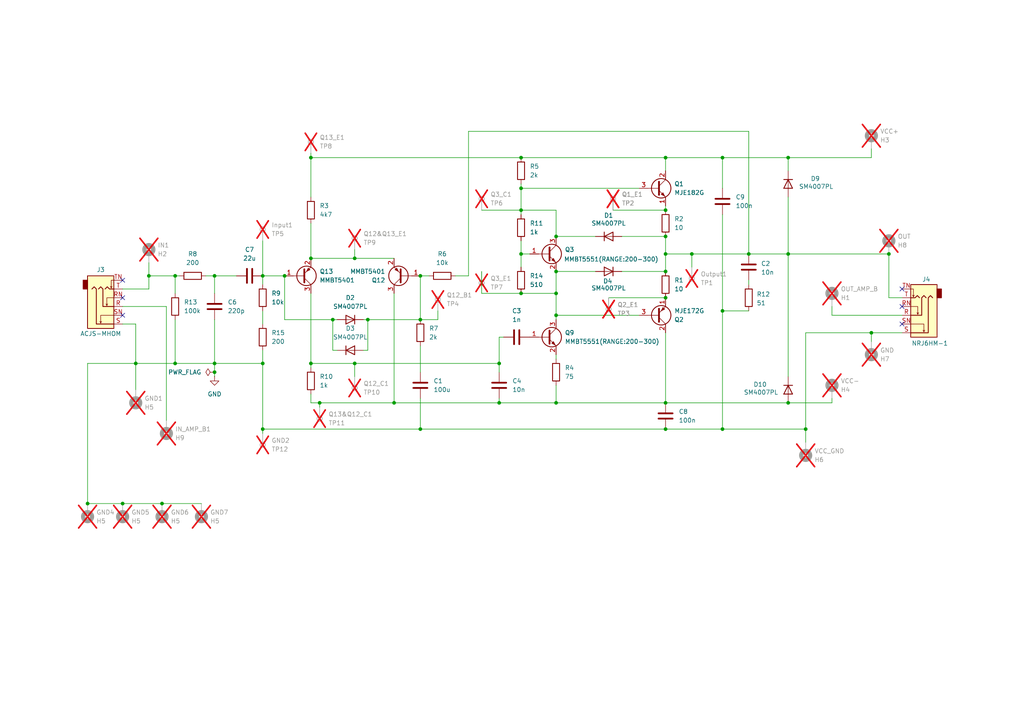
<source format=kicad_sch>
(kicad_sch (version 20250114) (generator "eeschema") (generator_version "9.0")
  (paper "A4")
  (title_block (title "Verstärker") (date "2025-04-22") (rev "1") (company "HAW Hamburg") (comment 1 "Nimai & Sören"))
  (lib_symbols
    (symbol "Connector:TestPoint" (pin_numbers (hide yes)) (pin_names (offset 0.762) (hide yes))
      (property "Reference" "TP" (at 0 6.858 0))
      (property "Value" "TestPoint" (at 0 5.08 0))
      (symbol "TestPoint_0_1"
        (circle (center 0 3.302) (radius 0.762))
      )
      (symbol "TestPoint_1_1"
        (pin passive line (at 0 0 90) (length 2.54) (name "1") (number "1"))
      )
    )
    (symbol "Connector_Audio:NRJ6HM-1"
      (property "Reference" "J" (at 0 11.43 0))
      (property "Value" "NRJ6HM-1" (at 0 8.89 0))
      (symbol "NRJ6HM-1_0_1"
        (rectangle (start -5.08 -5.08) (end -6.35 -7.62) (stroke (width 0.254)) (fill (type outline)))
        (polyline (pts (xy -1.905 -5.08) (xy -1.27 -5.715) (xy -0.635 -5.08) (xy -0.635 0) (xy 2.54 0)) (stroke (width 0.254)))
        (polyline (pts (xy -1.27 4.826) (xy -1.016 4.318)))
        (polyline (pts (xy 0 -5.08) (xy 0.635 -5.715) (xy 1.27 -5.08) (xy 2.54 -5.08)) (stroke (width 0.254)))
        (polyline (pts (xy 0.508 -0.254) (xy 0.762 -0.762)))
        (polyline (pts (xy 1.778 -5.334) (xy 2.032 -5.842)))
        (rectangle (start 2.54 6.35) (end -5.08 -8.89) (stroke (width 0.254)) (fill (type background)))
        (polyline (pts (xy 2.54 5.08) (xy -2.54 5.08) (xy -2.54 -5.08) (xy -3.175 -5.715) (xy -3.81 -5.08)) (stroke (width 0.254)))
        (polyline (pts (xy 2.54 2.54) (xy -1.27 2.54) (xy -1.27 4.826) (xy -1.524 4.318)))
        (polyline (pts (xy 2.54 -2.54) (xy 0.508 -2.54) (xy 0.508 -0.254) (xy 0.254 -0.762)))
        (polyline (pts (xy 2.54 -7.62) (xy 1.778 -7.62) (xy 1.778 -5.334) (xy 1.524 -5.842)))
      )
      (symbol "NRJ6HM-1_1_1"
        (pin passive line (at 5.08 5.08 180) (length 2.54) (name "~") (number "S"))
        (pin passive line (at 5.08 2.54 180) (length 2.54) (name "~") (number "SN"))
        (pin passive line (at 5.08 0 180) (length 2.54) (name "~") (number "R"))
        (pin passive line (at 5.08 -2.54 180) (length 2.54) (name "~") (number "RN"))
        (pin passive line (at 5.08 -5.08 180) (length 2.54) (name "~") (number "T"))
        (pin passive line (at 5.08 -7.62 180) (length 2.54) (name "~") (number "TN"))
      )
    )
    (symbol "Device:C" (pin_numbers (hide yes)) (pin_names (offset 0.254))
      (property "Reference" "C" (at 0.635 2.54 0))
      (property "Value" "C" (at 0.635 -2.54 0))
      (symbol "C_0_1"
        (polyline (pts (xy -2.032 0.762) (xy 2.032 0.762)) (stroke (width 0.508)))
        (polyline (pts (xy -2.032 -0.762) (xy 2.032 -0.762)) (stroke (width 0.508)))
      )
      (symbol "C_1_1"
        (pin passive line (at 0 3.81 270) (length 2.794) (name "~") (number "1"))
        (pin passive line (at 0 -3.81 90) (length 2.794) (name "~") (number "2"))
      )
    )
    (symbol "Device:R" (pin_numbers (hide yes)) (pin_names (offset 0))
      (property "Reference" "R" (at 2.032 0 90))
      (property "Value" "R" (at 0 0 90))
      (symbol "R_0_1"
        (rectangle (start -1.016 -2.54) (end 1.016 2.54) (stroke (width 0.254)))
      )
      (symbol "R_1_1"
        (pin passive line (at 0 3.81 270) (length 1.27) (name "~") (number "1"))
        (pin passive line (at 0 -3.81 90) (length 1.27) (name "~") (number "2"))
      )
    )
    (symbol "Diode:SM4007" (pin_numbers (hide yes)) (pin_names (hide yes))
      (property "Reference" "D" (at 0 2.54 0))
      (property "Value" "SM4007" (at 0 -2.54 0))
      (symbol "SM4007_0_1"
        (polyline (pts (xy -1.27 1.27) (xy -1.27 -1.27)) (stroke (width 0.254)))
        (polyline (pts (xy 1.27 1.27) (xy 1.27 -1.27) (xy -1.27 0) (xy 1.27 1.27)) (stroke (width 0.254)))
        (polyline (pts (xy 1.27 0) (xy -1.27 0)))
      )
      (symbol "SM4007_1_1"
        (pin passive line (at -3.81 0 0) (length 2.54) (name "K") (number "1"))
        (pin passive line (at 3.81 0 180) (length 2.54) (name "A") (number "2"))
      )
    )
    (symbol "Mechanical:MountingHole_Pad" (pin_numbers (hide yes)) (pin_names (offset 1.016) (hide yes)) (in_bom no)
      (property "Reference" "H" (at 0 6.35 0))
      (property "Value" "MountingHole_Pad" (at 0 4.445 0))
      (symbol "MountingHole_Pad_0_1"
        (circle (center 0 1.27) (radius 1.27) (stroke (width 1.27)))
      )
      (symbol "MountingHole_Pad_1_1"
        (pin input line (at 0 -2.54 90) (length 2.54) (name "1") (number "1"))
      )
    )
    (symbol "Transistor_BJT:2SA1015" (pin_names (offset 0) (hide yes))
      (property "Reference" "Q" (at 5.08 1.905 0))
      (property "Value" "2SA1015" (at 5.08 0 0))
      (symbol "2SA1015_0_1"
        (polyline (pts (xy -2.54 0) (xy 0.635 0)))
        (polyline (pts (xy 0.635 1.905) (xy 0.635 -1.905)) (stroke (width 0.508)))
        (polyline (pts (xy 0.635 0.635) (xy 2.54 2.54)))
        (polyline (pts (xy 0.635 -0.635) (xy 2.54 -2.54)))
        (circle (center 1.27 0) (radius 2.8194) (stroke (width 0.254)))
        (polyline (pts (xy 2.286 -1.778) (xy 1.778 -2.286) (xy 1.27 -1.27) (xy 2.286 -1.778)) (fill (type outline)))
      )
      (symbol "2SA1015_1_1"
        (pin input line (at -5.08 0 0) (length 2.54) (name "B") (number "3"))
        (pin passive line (at 2.54 5.08 270) (length 2.54) (name "C") (number "2"))
        (pin passive line (at 2.54 -5.08 90) (length 2.54) (name "E") (number "1"))
      )
    )
    (symbol "Transistor_BJT:BF458" (pin_names (offset 0) (hide yes))
      (property "Reference" "Q" (at 5.08 1.905 0))
      (property "Value" "BF458" (at 5.08 0 0))
      (symbol "BF458_0_1"
        (polyline (pts (xy -2.54 0) (xy 0.635 0)))
        (polyline (pts (xy 0.635 1.905) (xy 0.635 -1.905)) (stroke (width 0.508)))
        (circle (center 1.27 0) (radius 2.8194) (stroke (width 0.254)))
      )
      (symbol "BF458_1_1"
        (polyline (pts (xy 0.635 0.635) (xy 2.54 2.54)))
        (polyline (pts (xy 0.635 -0.635) (xy 2.54 -2.54)))
        (polyline (pts (xy 1.27 -1.778) (xy 1.778 -1.27) (xy 2.286 -2.286) (xy 1.27 -1.778)) (fill (type outline)))
        (pin input line (at -5.08 0 0) (length 2.54) (name "B") (number "3"))
        (pin passive line (at 2.54 5.08 270) (length 2.54) (name "C") (number "2"))
        (pin passive line (at 2.54 -5.08 90) (length 2.54) (name "E") (number "1"))
      )
    )
    (symbol "Transistor_BJT:MMBT5551L" (pin_names (offset 0) (hide yes))
      (property "Reference" "Q" (at 5.08 1.905 0))
      (property "Value" "MMBT5551L" (at 5.08 0 0))
      (symbol "MMBT5551L_0_1"
        (polyline (pts (xy -2.54 0) (xy 0.635 0)))
        (polyline (pts (xy 0.635 1.905) (xy 0.635 -1.905)) (stroke (width 0.508)))
        (circle (center 1.27 0) (radius 2.8194) (stroke (width 0.254)))
      )
      (symbol "MMBT5551L_1_1"
        (polyline (pts (xy 0.635 0.635) (xy 2.54 2.54)))
        (polyline (pts (xy 0.635 -0.635) (xy 2.54 -2.54)))
        (polyline (pts (xy 1.27 -1.778) (xy 1.778 -1.27) (xy 2.286 -2.286) (xy 1.27 -1.778)) (fill (type outline)))
        (pin input line (at -5.08 0 0) (length 2.54) (name "B") (number "1"))
        (pin passive line (at 2.54 5.08 270) (length 2.54) (name "C") (number "3"))
        (pin passive line (at 2.54 -5.08 90) (length 2.54) (name "E") (number "2"))
      )
    )
    (symbol "Transistor_BJT:MMBTA56" (pin_names (offset 0) (hide yes))
      (property "Reference" "Q" (at 5.08 1.905 0))
      (property "Value" "MMBTA56" (at 5.08 0 0))
      (symbol "MMBTA56_0_1"
        (polyline (pts (xy -2.54 0) (xy 0.635 0)))
        (polyline (pts (xy 0.635 1.905) (xy 0.635 -1.905)) (stroke (width 0.508)))
        (polyline (pts (xy 0.635 0.635) (xy 2.54 2.54)))
        (polyline (pts (xy 0.635 -0.635) (xy 2.54 -2.54)))
        (circle (center 1.27 0) (radius 2.8194) (stroke (width 0.254)))
        (polyline (pts (xy 2.286 -1.778) (xy 1.778 -2.286) (xy 1.27 -1.27) (xy 2.286 -1.778)) (fill (type outline)))
      )
      (symbol "MMBTA56_1_1"
        (pin input line (at -5.08 0 0) (length 2.54) (name "B") (number "1"))
        (pin passive line (at 2.54 5.08 270) (length 2.54) (name "C") (number "3"))
        (pin passive line (at 2.54 -5.08 90) (length 2.54) (name "E") (number "2"))
      )
    )
    (symbol "power:GND" (power) (pin_numbers (hide yes)) (pin_names (offset 0) (hide yes))
      (property "Value" "GND" (at 0 -3.81 0))
      (symbol "GND_0_1"
        (polyline (pts (xy 0 0) (xy 0 -1.27) (xy 1.27 -1.27) (xy 0 -2.54) (xy -1.27 -1.27) (xy 0 -1.27)))
      )
      (symbol "GND_1_1"
        (pin power_in line (at 0 0 270) (length 0) (name "~") (number "1"))
      )
    )
    (symbol "power:PWR_FLAG" (power) (pin_numbers (hide yes)) (pin_names (offset 0) (hide yes))
      (property "Value" "PWR_FLAG" (at 0 3.81 0))
      (symbol "PWR_FLAG_0_0"
        (pin power_out line (at 0 0 90) (length 0) (name "~") (number "1"))
      )
      (symbol "PWR_FLAG_0_1"
        (polyline (pts (xy 0 0) (xy 0 1.27) (xy -1.016 1.905) (xy 0 2.54) (xy 1.016 1.905) (xy 0 1.27)))
      )
    )
  )
  (junction (at 76.2 124.46))
  (junction (at 25.4 146.05))
  (junction (at 102.87 105.41))
  (junction (at 76.2 80.01))
  (junction (at 102.87 74.93))
  (junction (at 228.6 45.72))
  (junction (at 193.04 60.96))
  (junction (at 43.18 80.01))
  (junction (at 144.78 105.41))
  (junction (at 90.17 105.41))
  (junction (at 151.13 85.09))
  (junction (at 121.92 124.46))
  (junction (at 209.55 45.72))
  (junction (at 193.04 78.74))
  (junction (at 193.04 68.58))
  (junction (at 193.04 45.72))
  (junction (at 121.92 80.01))
  (junction (at 151.13 54.61))
  (junction (at 193.04 124.46))
  (junction (at 106.68 92.71))
  (junction (at 114.3 116.84))
  (junction (at 62.23 107.95))
  (junction (at 193.04 116.84))
  (junction (at 92.71 116.84))
  (junction (at 151.13 60.96))
  (junction (at 151.13 45.72))
  (junction (at 121.92 92.71))
  (junction (at 161.29 78.74))
  (junction (at 50.8 80.01))
  (junction (at 161.29 68.58))
  (junction (at 217.17 73.66))
  (junction (at 252.73 96.52))
  (junction (at 46.99 146.05))
  (junction (at 161.29 85.09))
  (junction (at 209.55 124.46))
  (junction (at 228.6 116.84))
  (junction (at 200.66 73.66))
  (junction (at 144.78 116.84))
  (junction (at 228.6 73.66))
  (junction (at 62.23 80.01))
  (junction (at 209.55 90.17))
  (junction (at 193.04 73.66))
  (junction (at 233.68 124.46))
  (junction (at 82.55 80.01))
  (junction (at 257.81 73.66))
  (junction (at 35.56 146.05))
  (junction (at 90.17 45.72))
  (junction (at 193.04 86.36))
  (junction (at 161.29 91.44))
  (junction (at 76.2 105.41))
  (junction (at 151.13 73.66))
  (junction (at 50.8 105.41))
  (junction (at 62.23 105.41))
  (junction (at 39.37 105.41))
  (junction (at 96.52 92.71))
  (junction (at 161.29 116.84))
  (junction (at 90.17 74.93))
  (no_connect (at 261.62 88.9))
  (no_connect (at 261.62 93.98))
  (no_connect (at 35.56 91.44))
  (no_connect (at 35.56 81.28))
  (no_connect (at 261.62 83.82))
  (no_connect (at 35.56 86.36))
  (wire (pts (xy 76.2 69.85) (xy 76.2 80.01)))
  (wire (pts (xy 102.87 105.41) (xy 102.87 109.22)))
  (wire (pts (xy 82.55 80.01) (xy 82.55 92.71)))
  (wire (pts (xy 228.6 57.15) (xy 228.6 73.66)))
  (wire (pts (xy 161.29 85.09) (xy 161.29 78.74)))
  (wire (pts (xy 35.56 146.05) (xy 46.99 146.05)))
  (wire (pts (xy 144.78 107.95) (xy 144.78 105.41)))
  (wire (pts (xy 161.29 60.96) (xy 151.13 60.96)))
  (wire (pts (xy 151.13 60.96) (xy 151.13 62.23)))
  (wire (pts (xy 161.29 78.74) (xy 172.72 78.74)))
  (wire (pts (xy 161.29 116.84) (xy 193.04 116.84)))
  (wire (pts (xy 209.55 90.17) (xy 209.55 124.46)))
  (wire (pts (xy 102.87 72.39) (xy 102.87 74.93)))
  (wire (pts (xy 106.68 92.71) (xy 105.41 92.71)))
  (wire (pts (xy 153.67 73.66) (xy 151.13 73.66)))
  (wire (pts (xy 209.55 62.23) (xy 209.55 90.17)))
  (wire (pts (xy 121.92 80.01) (xy 124.46 80.01)))
  (wire (pts (xy 76.2 90.17) (xy 76.2 93.98)))
  (wire (pts (xy 90.17 105.41) (xy 90.17 106.68)))
  (wire (pts (xy 90.17 44.45) (xy 90.17 45.72)))
  (wire (pts (xy 209.55 45.72) (xy 209.55 54.61)))
  (wire (pts (xy 76.2 80.01) (xy 76.2 82.55)))
  (wire (pts (xy 97.79 101.6) (xy 96.52 101.6)))
  (wire (pts (xy 90.17 45.72) (xy 90.17 57.15)))
  (wire (pts (xy 161.29 68.58) (xy 172.72 68.58)))
  (wire (pts (xy 121.92 80.01) (xy 121.92 92.71)))
  (wire (pts (xy 257.81 86.36) (xy 261.62 86.36)))
  (wire (pts (xy 228.6 45.72) (xy 252.73 45.72)))
  (wire (pts (xy 25.4 146.05) (xy 35.56 146.05)))
  (wire (pts (xy 39.37 113.03) (xy 39.37 105.41)))
  (wire (pts (xy 180.34 78.74) (xy 193.04 78.74)))
  (wire (pts (xy 76.2 80.01) (xy 82.55 80.01)))
  (wire (pts (xy 144.78 115.57) (xy 144.78 116.84)))
  (wire (pts (xy 62.23 92.71) (xy 62.23 105.41)))
  (wire (pts (xy 217.17 81.28) (xy 217.17 82.55)))
  (wire (pts (xy 261.62 96.52) (xy 252.73 96.52)))
  (wire (pts (xy 209.55 124.46) (xy 233.68 124.46)))
  (wire (pts (xy 193.04 73.66) (xy 200.66 73.66)))
  (wire (pts (xy 76.2 124.46) (xy 76.2 125.73)))
  (wire (pts (xy 135.89 80.01) (xy 135.89 38.1)))
  (wire (pts (xy 39.37 105.41) (xy 50.8 105.41)))
  (wire (pts (xy 241.3 116.84) (xy 228.6 116.84)))
  (wire (pts (xy 151.13 69.85) (xy 151.13 73.66)))
  (wire (pts (xy 151.13 53.34) (xy 151.13 54.61)))
  (wire (pts (xy 96.52 92.71) (xy 97.79 92.71)))
  (wire (pts (xy 92.71 116.84) (xy 92.71 118.11)))
  (wire (pts (xy 121.92 124.46) (xy 193.04 124.46)))
  (wire (pts (xy 76.2 105.41) (xy 62.23 105.41)))
  (wire (pts (xy 90.17 74.93) (xy 102.87 74.93)))
  (wire (pts (xy 121.92 107.95) (xy 121.92 100.33)))
  (wire (pts (xy 193.04 116.84) (xy 228.6 116.84)))
  (wire (pts (xy 161.29 85.09) (xy 161.29 91.44)))
  (wire (pts (xy 50.8 80.01) (xy 52.07 80.01)))
  (wire (pts (xy 102.87 74.93) (xy 114.3 74.93)))
  (wire (pts (xy 76.2 124.46) (xy 121.92 124.46)))
  (wire (pts (xy 62.23 80.01) (xy 68.58 80.01)))
  (wire (pts (xy 257.81 86.36) (xy 257.81 73.66)))
  (wire (pts (xy 241.3 91.44) (xy 261.62 91.44)))
  (wire (pts (xy 151.13 54.61) (xy 185.42 54.61)))
  (wire (pts (xy 252.73 43.18) (xy 252.73 45.72)))
  (wire (pts (xy 241.3 91.44) (xy 241.3 88.9)))
  (wire (pts (xy 62.23 107.95) (xy 62.23 109.22)))
  (wire (pts (xy 90.17 85.09) (xy 90.17 105.41)))
  (wire (pts (xy 90.17 105.41) (xy 102.87 105.41)))
  (wire (pts (xy 114.3 85.09) (xy 114.3 116.84)))
  (wire (pts (xy 144.78 97.79) (xy 146.05 97.79)))
  (wire (pts (xy 252.73 96.52) (xy 233.68 96.52)))
  (wire (pts (xy 217.17 38.1) (xy 217.17 73.66)))
  (wire (pts (xy 102.87 105.41) (xy 144.78 105.41)))
  (wire (pts (xy 217.17 73.66) (xy 228.6 73.66)))
  (wire (pts (xy 139.7 85.09) (xy 151.13 85.09)))
  (wire (pts (xy 90.17 116.84) (xy 92.71 116.84)))
  (wire (pts (xy 43.18 80.01) (xy 50.8 80.01)))
  (wire (pts (xy 233.68 128.27) (xy 233.68 124.46)))
  (wire (pts (xy 151.13 85.09) (xy 161.29 85.09)))
  (wire (pts (xy 62.23 80.01) (xy 62.23 85.09)))
  (wire (pts (xy 105.41 101.6) (xy 106.68 101.6)))
  (wire (pts (xy 144.78 116.84) (xy 114.3 116.84)))
  (wire (pts (xy 114.3 116.84) (xy 92.71 116.84)))
  (wire (pts (xy 46.99 146.05) (xy 58.42 146.05)))
  (wire (pts (xy 106.68 92.71) (xy 121.92 92.71)))
  (wire (pts (xy 43.18 80.01) (xy 43.18 83.82)))
  (wire (pts (xy 106.68 101.6) (xy 106.68 92.71)))
  (wire (pts (xy 193.04 73.66) (xy 193.04 78.74)))
  (wire (pts (xy 48.26 88.9) (xy 35.56 88.9)))
  (wire (pts (xy 76.2 105.41) (xy 76.2 124.46)))
  (wire (pts (xy 151.13 45.72) (xy 193.04 45.72)))
  (wire (pts (xy 50.8 105.41) (xy 50.8 92.71)))
  (wire (pts (xy 139.7 60.96) (xy 151.13 60.96)))
  (wire (pts (xy 200.66 73.66) (xy 217.17 73.66)))
  (wire (pts (xy 193.04 59.69) (xy 193.04 60.96)))
  (wire (pts (xy 177.8 60.96) (xy 193.04 60.96)))
  (wire (pts (xy 90.17 114.3) (xy 90.17 116.84)))
  (wire (pts (xy 39.37 105.41) (xy 39.37 93.98)))
  (wire (pts (xy 228.6 73.66) (xy 257.81 73.66)))
  (wire (pts (xy 200.66 73.66) (xy 200.66 77.47)))
  (wire (pts (xy 252.73 99.06) (xy 252.73 96.52)))
  (wire (pts (xy 193.04 124.46) (xy 209.55 124.46)))
  (wire (pts (xy 39.37 93.98) (xy 35.56 93.98)))
  (wire (pts (xy 59.69 80.01) (xy 62.23 80.01)))
  (wire (pts (xy 96.52 101.6) (xy 96.52 92.71)))
  (wire (pts (xy 151.13 54.61) (xy 151.13 60.96)))
  (wire (pts (xy 50.8 85.09) (xy 50.8 80.01)))
  (wire (pts (xy 180.34 68.58) (xy 193.04 68.58)))
  (wire (pts (xy 62.23 105.41) (xy 50.8 105.41)))
  (wire (pts (xy 25.4 146.05) (xy 25.4 105.41)))
  (wire (pts (xy 82.55 92.71) (xy 96.52 92.71)))
  (wire (pts (xy 193.04 96.52) (xy 193.04 116.84)))
  (wire (pts (xy 228.6 45.72) (xy 228.6 49.53)))
  (wire (pts (xy 241.3 115.57) (xy 241.3 116.84)))
  (wire (pts (xy 43.18 76.2) (xy 43.18 80.01)))
  (wire (pts (xy 127 90.17) (xy 127 92.71)))
  (wire (pts (xy 209.55 90.17) (xy 217.17 90.17)))
  (wire (pts (xy 161.29 116.84) (xy 144.78 116.84)))
  (wire (pts (xy 161.29 111.76) (xy 161.29 116.84)))
  (wire (pts (xy 127 92.71) (xy 121.92 92.71)))
  (wire (pts (xy 121.92 115.57) (xy 121.92 124.46)))
  (wire (pts (xy 35.56 83.82) (xy 43.18 83.82)))
  (wire (pts (xy 135.89 38.1) (xy 217.17 38.1)))
  (wire (pts (xy 76.2 101.6) (xy 76.2 105.41)))
  (wire (pts (xy 25.4 105.41) (xy 39.37 105.41)))
  (wire (pts (xy 161.29 91.44) (xy 185.42 91.44)))
  (wire (pts (xy 151.13 73.66) (xy 151.13 77.47)))
  (wire (pts (xy 48.26 88.9) (xy 48.26 121.92)))
  (wire (pts (xy 228.6 73.66) (xy 228.6 109.22)))
  (wire (pts (xy 62.23 105.41) (xy 62.23 107.95)))
  (wire (pts (xy 135.89 80.01) (xy 132.08 80.01)))
  (wire (pts (xy 144.78 105.41) (xy 144.78 97.79)))
  (wire (pts (xy 161.29 102.87) (xy 161.29 104.14)))
  (wire (pts (xy 176.53 86.36) (xy 193.04 86.36)))
  (wire (pts (xy 90.17 45.72) (xy 151.13 45.72)))
  (wire (pts (xy 209.55 45.72) (xy 228.6 45.72)))
  (wire (pts (xy 90.17 64.77) (xy 90.17 74.93)))
  (wire (pts (xy 161.29 91.44) (xy 161.29 92.71)))
  (wire (pts (xy 193.04 45.72) (xy 209.55 45.72)))
  (wire (pts (xy 233.68 96.52) (xy 233.68 124.46)))
  (wire (pts (xy 193.04 68.58) (xy 193.04 73.66)))
  (wire (pts (xy 161.29 68.58) (xy 161.29 60.96)))
  (wire (pts (xy 193.04 45.72) (xy 193.04 49.53)))
  (wire (pts (xy 139.7 78.74) (xy 139.7 85.09)))
  (symbol (lib_id "Transistor_BJT:2SA1015") (at 190.5 91.44 0) (mirror x) (unit 1)
    (property "Reference" "Q2" (at 195.58 92.7101 0) (effects (justify left)))
    (property "Value" "MJE172G" (at 195.58 90.1701 0) (effects (justify left)))
    (property "Footprint" "project-custom:TO229P780X300X1364-3" (effects (hide yes)))
    (property "MPN" "C27682" (effects (hide yes)))
  )
  (symbol (lib_id "Mechanical:MountingHole_Pad") (at 252.73 101.6 180) (unit 1) (in_bom no) (dnp yes)
    (property "Reference" "GND" (at 255.27 101.5999 0) (effects (justify right)))
    (property "Value" "H7" (at 255.27 104.1399 0) (effects (justify right)))
    (property "Footprint" "MountingHole:MountingHole_2.2mm_M2_Pad_TopBottom" (effects (hide yes)))
    (property "Description" "Mounting Hole with connection" (effects (hide yes)))
  )
  (symbol (lib_id "Device:R") (at 217.17 86.36 0) (unit 1)
    (property "Reference" "R12" (at 219.456 85.344 0) (effects (justify left)))
    (property "Value" "51" (at 219.456 87.884 0) (effects (justify left)))
    (property "Footprint" "Resistor_SMD:R_0805_2012Metric_Pad1.20x1.40mm_HandSolder" (effects (hide yes)))
    (property "Description" "Resistor" (effects (hide yes)))
    (property "MNP" "C17738" (effects (hide yes)))
  )
  (symbol (lib_id "Connector:TestPoint") (at 139.7 60.96 0) (unit 1) (dnp yes)
    (property "Reference" "Q3_C1" (at 142.24 56.3879 0) (effects (justify left)))
    (property "Value" "TP6" (at 142.24 58.9279 0) (effects (justify left)))
    (property "Footprint" "TestPoint:TestPoint_Pad_D2.0mm" (effects (hide yes)))
    (property "Description" "test point" (effects (hide yes)))
  )
  (symbol (lib_id "Transistor_BJT:MMBT5551L") (at 158.75 97.79 0) (unit 1)
    (property "Reference" "Q9" (at 163.83 96.5199 0) (effects (justify left)))
    (property "Value" "MMBT5551(RANGE:200-300)" (at 163.83 99.0599 0) (effects (justify left)))
    (property "Footprint" "Package_TO_SOT_SMD:SOT-23_Handsoldering" (effects (hide yes)))
    (property "MPN" "C2145" (effects (hide yes)))
  )
  (symbol (lib_id "Device:C") (at 144.78 111.76 180) (unit 1)
    (property "Reference" "C4" (at 148.59 110.4899 0) (effects (justify right)))
    (property "Value" "10n" (at 148.59 113.0299 0) (effects (justify right)))
    (property "Footprint" "Capacitor_SMD:C_0805_2012Metric_Pad1.18x1.45mm_HandSolder" (effects (hide yes)))
    (property "Description" "Unpolarized capacitor" (effects (hide yes)))
    (property "MPN" "C1710" (effects (hide yes)))
  )
  (symbol (lib_id "Device:R") (at 151.13 66.04 0) (unit 1)
    (property "Reference" "R11" (at 153.67 64.7699 0) (effects (justify left)))
    (property "Value" "1k" (at 153.67 67.3099 0) (effects (justify left)))
    (property "Footprint" "Resistor_SMD:R_1206_3216Metric_Pad1.30x1.75mm_HandSolder" (effects (hide yes)))
    (property "Description" "Resistor" (effects (hide yes)))
    (property "MPN" "C4410" (effects (hide yes)))
  )
  (symbol (lib_id "Device:R") (at 55.88 80.01 90) (unit 1)
    (property "Reference" "R8" (at 55.88 73.66 90))
    (property "Value" "200" (at 55.88 76.2 90))
    (property "Footprint" "Resistor_SMD:R_0805_2012Metric_Pad1.20x1.40mm_HandSolder" (effects (hide yes)))
    (property "Description" "Resistor" (effects (hide yes)))
    (property "MPN" "C17540" (effects (hide yes)))
  )
  (symbol (lib_id "Device:R") (at 193.04 82.55 0) (unit 1)
    (property "Reference" "R1" (at 195.58 81.2799 0) (effects (justify left)))
    (property "Value" "10" (at 195.58 83.8199 0) (effects (justify left)))
    (property "Footprint" "Resistor_SMD:R_1206_3216Metric_Pad1.30x1.75mm_HandSolder" (effects (hide yes)))
    (property "Description" "Resistor" (effects (hide yes)))
    (property "MPN" "C17903" (effects (hide yes)))
  )
  (symbol (lib_id "Device:C") (at 149.86 97.79 270) (unit 1)
    (property "Reference" "C3" (at 149.86 90.17 90))
    (property "Value" "1n" (at 149.86 92.71 90))
    (property "Footprint" "Capacitor_SMD:C_0603_1608Metric_Pad1.08x0.95mm_HandSolder" (effects (hide yes)))
    (property "Description" "Unpolarized capacitor" (effects (hide yes)))
    (property "MPN" "C1588" (effects (hide yes)))
  )
  (symbol (lib_id "Device:R") (at 151.13 81.28 0) (unit 1)
    (property "Reference" "R14" (at 153.67 80.0099 0) (effects (justify left)))
    (property "Value" "510" (at 153.67 82.5499 0) (effects (justify left)))
    (property "Footprint" "Resistor_SMD:R_0805_2012Metric_Pad1.20x1.40mm_HandSolder" (effects (hide yes)))
    (property "Description" "Resistor" (effects (hide yes)))
    (property "MPN" "C17734" (effects (hide yes)))
  )
  (symbol (lib_id "Device:R") (at 161.29 107.95 0) (unit 1)
    (property "Reference" "R4" (at 163.83 106.6799 0) (effects (justify left)))
    (property "Value" "75" (at 163.83 109.2199 0) (effects (justify left)))
    (property "Footprint" "Resistor_SMD:R_0603_1608Metric_Pad0.98x0.95mm_HandSolder" (effects (hide yes)))
    (property "Description" "Resistor" (effects (hide yes)))
    (property "MPN" "C4275" (effects (hide yes)))
  )
  (symbol (lib_id "Diode:SM4007") (at 176.53 68.58 0) (mirror x) (unit 1)
    (property "Reference" "D1" (at 176.53 62.484 0))
    (property "Value" "SM4007PL" (at 176.53 64.77 0))
    (property "Footprint" "Diode_SMD:D_SOD-123F" (effects (hide yes)))
    (property "Datasheet" "http://cdn-reichelt.de/documents/datenblatt/A400/SMD1N400%23DIO.pdf" (effects (hide yes)))
    (property "Description" "1000V 1A General Purpose Rectifier Diode, MELF" (effects (hide yes)))
    (property "Sim.Device" "D" (effects (hide yes)))
    (property "Sim.Pins" "1=K 2=A" (effects (hide yes)))
    (property "MPN" "C64898" (effects (hide yes)))
  )
  (symbol (lib_id "Mechanical:MountingHole_Pad") (at 48.26 124.46 180) (unit 1) (in_bom no) (dnp yes)
    (property "Reference" "IN_AMP_B1" (at 50.8 124.4599 0) (effects (justify right)))
    (property "Value" "H9" (at 50.8 126.9999 0) (effects (justify right)))
    (property "Footprint" "MountingHole:MountingHole_2.2mm_M2_Pad_TopBottom" (effects (hide yes)))
    (property "Description" "Mounting Hole with connection" (effects (hide yes)))
  )
  (symbol (lib_id "Diode:SM4007") (at 101.6 92.71 180) (unit 1)
    (property "Reference" "D2" (at 101.6 86.36 0))
    (property "Value" "SM4007PL" (at 101.6 88.9 0))
    (property "Footprint" "Diode_SMD:D_SOD-123F" (effects (hide yes)))
    (property "Datasheet" "http://cdn-reichelt.de/documents/datenblatt/A400/SMD1N400%23DIO.pdf" (effects (hide yes)))
    (property "Description" "1000V 1A General Purpose Rectifier Diode, MELF" (effects (hide yes)))
    (property "Sim.Device" "D" (effects (hide yes)))
    (property "Sim.Pins" "1=K 2=A" (effects (hide yes)))
    (property "MPN" "C64898" (effects (hide yes)))
  )
  (symbol (lib_id "Mechanical:MountingHole_Pad") (at 35.56 148.59 180) (unit 1) (in_bom no) (dnp yes)
    (property "Reference" "GND5" (at 38.1 148.5899 0) (effects (justify right)))
    (property "Value" "H5" (at 38.1 151.1299 0) (effects (justify right)))
    (property "Footprint" "MountingHole:MountingHole_2.2mm_M2_Pad_TopBottom" (effects (hide yes)))
    (property "Description" "Mounting Hole with connection" (effects (hide yes)))
  )
  (symbol (lib_id "Mechanical:MountingHole_Pad") (at 257.81 71.12 0) (unit 1) (in_bom no) (dnp yes)
    (property "Reference" "OUT" (at 260.35 68.5799 0) (effects (justify left)))
    (property "Value" "H8" (at 260.35 71.1199 0) (effects (justify left)))
    (property "Footprint" "MountingHole:MountingHole_2.2mm_M2_Pad_TopBottom" (effects (hide yes)))
    (property "Description" "Mounting Hole with connection" (effects (hide yes)))
  )
  (symbol (lib_id "Device:R") (at 90.17 60.96 0) (unit 1)
    (property "Reference" "R3" (at 92.71 59.6899 0) (effects (justify left)))
    (property "Value" "4k7" (at 92.71 62.2299 0) (effects (justify left)))
    (property "Footprint" "Resistor_SMD:R_1206_3216Metric_Pad1.30x1.75mm_HandSolder" (effects (hide yes)))
    (property "Description" "Resistor" (effects (hide yes)))
    (property "MPN" "C17936" (effects (hide yes)))
  )
  (symbol (lib_id "Device:R") (at 76.2 97.79 0) (unit 1)
    (property "Reference" "R15" (at 78.74 96.5199 0) (effects (justify left)))
    (property "Value" "200" (at 78.74 99.0599 0) (effects (justify left)))
    (property "Footprint" "Resistor_SMD:R_0805_2012Metric_Pad1.20x1.40mm_HandSolder" (effects (hide yes)))
    (property "Description" "Resistor" (effects (hide yes)))
    (property "MPN" "C17540" (effects (hide yes)))
  )
  (symbol (lib_id "Connector:TestPoint") (at 92.71 118.11 180) (unit 1) (dnp yes)
    (property "Reference" "Q13&Q12_C1" (at 95.25 120.1419 0) (effects (justify right)))
    (property "Value" "TP11" (at 95.25 122.6819 0) (effects (justify right)))
    (property "Footprint" "TestPoint:TestPoint_Pad_D2.0mm" (effects (hide yes)))
    (property "Description" "test point" (effects (hide yes)))
  )
  (symbol (lib_id "Mechanical:MountingHole_Pad") (at 241.3 86.36 0) (unit 1) (in_bom no) (dnp yes)
    (property "Reference" "OUT_AMP_B" (at 243.84 83.8199 0) (effects (justify left)))
    (property "Value" "H1" (at 243.84 86.3599 0) (effects (justify left)))
    (property "Footprint" "MountingHole:MountingHole_2.2mm_M2_Pad_TopBottom" (effects (hide yes)))
    (property "Description" "Mounting Hole with connection" (effects (hide yes)))
  )
  (symbol (lib_id "Connector_Audio:NRJ6HM-1") (at 266.7 91.44 180) (unit 1)
    (property "Reference" "J4" (at 267.462 81.026 0) (effects (justify right)))
    (property "Value" "NRJ6HM-1" (at 264.414 99.568 0) (effects (justify right)))
    (property "Footprint" "Connector_Audio:Jack_6.35mm_Neutrik_NRJ6HM-1_Horizontal" (effects (hide yes)))
    (property "Datasheet" "https://www.neutrik.com/en/product/nrj6hm-1" (effects (hide yes)))
    (property "Description" "Slim Jacks, 6.35mm (1/4in) stereo jack, metal nose with efficient chassis ground connection, T+R+S normalling contact" (effects (hide yes)))
    (property "MPN" "C4991596" (effects (hide yes)))
  )
  (symbol (lib_id "Device:R") (at 121.92 96.52 0) (unit 1)
    (property "Reference" "R7" (at 124.46 95.2499 0) (effects (justify left)))
    (property "Value" "2k" (at 124.46 97.7899 0) (effects (justify left)))
    (property "Footprint" "Resistor_SMD:R_1206_3216Metric_Pad1.30x1.75mm_HandSolder" (effects (hide yes)))
    (property "Description" "Resistor" (effects (hide yes)))
    (property "MPN" "C17944" (effects (hide yes)))
  )
  (symbol (lib_id "Connector_Audio:NRJ6HM-1") (at 30.48 88.9 0) (mirror x) (unit 1)
    (property "Reference" "J3" (at 29.21 78.232 0))
    (property "Value" "ACJS-MHOM" (at 29.21 96.774 0))
    (property "Footprint" "Connector_Audio:Jack_6.35mm_Neutrik_NRJ6HM-1_Horizontal" (effects (hide yes)))
    (property "Datasheet" "https://www.neutrik.com/en/product/nrj6hm-1" (effects (hide yes)))
    (property "Description" "Slim Jacks, 6.35mm (1/4in) stereo jack, metal nose with efficient chassis ground connection, T+R+S normalling contact" (effects (hide yes)))
    (property "MPN" "C4991596" (effects (hide yes)))
  )
  (symbol (lib_id "Device:R") (at 90.17 110.49 0) (unit 1)
    (property "Reference" "R10" (at 92.71 109.2199 0) (effects (justify left)))
    (property "Value" "1k" (at 92.71 111.7599 0) (effects (justify left)))
    (property "Footprint" "Resistor_SMD:R_1206_3216Metric_Pad1.30x1.75mm_HandSolder" (effects (hide yes)))
    (property "Description" "Resistor" (effects (hide yes)))
    (property "MPN" "C4410" (effects (hide yes)))
  )
  (symbol (lib_id "Device:R") (at 50.8 88.9 180) (unit 1)
    (property "Reference" "R13" (at 53.34 87.6299 0) (effects (justify right)))
    (property "Value" "100k" (at 53.34 90.1699 0) (effects (justify right)))
    (property "Footprint" "Resistor_SMD:R_1206_3216Metric_Pad1.30x1.75mm_HandSolder" (effects (hide yes)))
    (property "Description" "Resistor" (effects (hide yes)))
    (property "MPN" "C17900" (effects (hide yes)))
  )
  (symbol (lib_id "Diode:SM4007") (at 176.53 78.74 0) (mirror y) (unit 1)
    (property "Reference" "D4" (at 176.276 81.534 0))
    (property "Value" "SM4007PL" (at 176.53 83.566 0))
    (property "Footprint" "Diode_SMD:D_SOD-123F" (effects (hide yes)))
    (property "Datasheet" "http://cdn-reichelt.de/documents/datenblatt/A400/SMD1N400%23DIO.pdf" (effects (hide yes)))
    (property "Description" "1000V 1A General Purpose Rectifier Diode, MELF" (effects (hide yes)))
    (property "Sim.Device" "D" (effects (hide yes)))
    (property "Sim.Pins" "1=K 2=A" (effects (hide yes)))
    (property "MPN" "C64898" (effects (hide yes)))
  )
  (symbol (lib_id "Device:C") (at 121.92 111.76 180) (unit 1)
    (property "Reference" "C1" (at 125.73 110.4899 0) (effects (justify right)))
    (property "Value" "100u" (at 125.73 113.0299 0) (effects (justify right)))
    (property "Footprint" "Capacitor_SMD:C_1206_3216Metric_Pad1.33x1.80mm_HandSolder" (effects (hide yes)))
    (property "Description" "Unpolarized capacitor" (effects (hide yes)))
    (property "MPN" "C15008" (effects (hide yes)))
  )
  (symbol (lib_id "Transistor_BJT:MMBTA56") (at 87.63 80.01 0) (mirror x) (unit 1)
    (property "Reference" "Q13" (at 92.71 78.7399 0) (effects (justify left)))
    (property "Value" "MMBT5401" (at 92.71 81.2799 0) (effects (justify left)))
    (property "Footprint" "Package_TO_SOT_SMD:SOT-23" (effects (hide yes)))
    (property "Datasheet" "https://diotec.com/request/datasheet/mmbta56.pdf" (effects (hide yes)))
    (property "Description" "0.5A Ic, 80V Vce, general purpose PNP" (effects (hide yes)))
    (property "MPN" "C8326" (effects (hide yes)))
  )
  (symbol (lib_id "power:PWR_FLAG") (at 62.23 107.95 90) (unit 1)
    (property "Reference" "#FLG01" (effects (hide yes)))
    (property "Value" "PWR_FLAG" (at 58.42 107.9499 90) (effects (justify left)))
    (property "Description" "Special symbol for telling ERC where power comes from" (effects (hide yes)))
  )
  (symbol (lib_id "Diode:SM4007") (at 228.6 113.03 90) (mirror x) (unit 1)
    (property "Reference" "D10" (at 220.472 111.506 90))
    (property "Value" "SM4007PL" (at 220.726 113.792 90))
    (property "Footprint" "Diode_SMD:D_SOD-123F" (effects (hide yes)))
    (property "Datasheet" "http://cdn-reichelt.de/documents/datenblatt/A400/SMD1N400%23DIO.pdf" (effects (hide yes)))
    (property "Description" "1000V 1A General Purpose Rectifier Diode, MELF" (effects (hide yes)))
    (property "Sim.Device" "D" (effects (hide yes)))
    (property "Sim.Pins" "1=K 2=A" (effects (hide yes)))
    (property "MPN" "C64898" (effects (hide yes)))
  )
  (symbol (lib_id "Mechanical:MountingHole_Pad") (at 241.3 113.03 0) (unit 1) (in_bom no) (dnp yes)
    (property "Reference" "VCC-" (at 243.84 110.4899 0) (effects (justify left)))
    (property "Value" "H4" (at 243.84 113.0299 0) (effects (justify left)))
    (property "Footprint" "MountingHole:MountingHole_2.2mm_M2_Pad_TopBottom" (effects (hide yes)))
    (property "Description" "Mounting Hole with connection" (effects (hide yes)))
  )
  (symbol (lib_id "Connector:TestPoint") (at 102.87 72.39 0) (unit 1) (dnp yes)
    (property "Reference" "Q12&Q13_E1" (at 105.41 67.8179 0) (effects (justify left)))
    (property "Value" "TP9" (at 105.41 70.3579 0) (effects (justify left)))
    (property "Footprint" "TestPoint:TestPoint_Pad_D2.0mm" (effects (hide yes)))
    (property "Description" "test point" (effects (hide yes)))
  )
  (symbol (lib_id "Mechanical:MountingHole_Pad") (at 39.37 115.57 180) (unit 1) (in_bom no) (dnp yes)
    (property "Reference" "GND1" (at 41.91 115.5699 0) (effects (justify right)))
    (property "Value" "H5" (at 41.91 118.1099 0) (effects (justify right)))
    (property "Footprint" "MountingHole:MountingHole_2.2mm_M2_Pad_TopBottom" (effects (hide yes)))
    (property "Description" "Mounting Hole with connection" (effects (hide yes)))
  )
  (symbol (lib_id "Mechanical:MountingHole_Pad") (at 252.73 40.64 0) (unit 1) (in_bom no) (dnp yes)
    (property "Reference" "VCC+" (at 255.27 38.0999 0) (effects (justify left)))
    (property "Value" "H3" (at 255.27 40.6399 0) (effects (justify left)))
    (property "Footprint" "MountingHole:MountingHole_2.2mm_M2_Pad_TopBottom" (effects (hide yes)))
    (property "Description" "Mounting Hole with connection" (effects (hide yes)))
  )
  (symbol (lib_id "Diode:SM4007") (at 101.6 101.6 0) (unit 1)
    (property "Reference" "D3" (at 101.6 95.25 0))
    (property "Value" "SM4007PL" (at 101.6 97.79 0))
    (property "Footprint" "Diode_SMD:D_SOD-123F" (effects (hide yes)))
    (property "Datasheet" "http://cdn-reichelt.de/documents/datenblatt/A400/SMD1N400%23DIO.pdf" (effects (hide yes)))
    (property "Description" "1000V 1A General Purpose Rectifier Diode, MELF" (effects (hide yes)))
    (property "Sim.Device" "D" (effects (hide yes)))
    (property "Sim.Pins" "1=K 2=A" (effects (hide yes)))
    (property "MPN" "C64898" (effects (hide yes)))
  )
  (symbol (lib_id "Device:C") (at 72.39 80.01 90) (unit 1)
    (property "Reference" "C7" (at 72.39 72.39 90))
    (property "Value" "22u" (at 72.39 74.93 90))
    (property "Footprint" "Capacitor_SMD:C_1206_3216Metric_Pad1.33x1.80mm_HandSolder" (effects (hide yes)))
    (property "Description" "Unpolarized capacitor" (effects (hide yes)))
    (property "MPN" "C12891" (effects (hide yes)))
  )
  (symbol (lib_id "Connector:TestPoint") (at 102.87 109.22 180) (unit 1) (dnp yes)
    (property "Reference" "Q12_C1" (at 105.41 111.2519 0) (effects (justify right)))
    (property "Value" "TP10" (at 105.41 113.7919 0) (effects (justify right)))
    (property "Footprint" "TestPoint:TestPoint_Pad_D2.0mm" (effects (hide yes)))
    (property "Description" "test point" (effects (hide yes)))
  )
  (symbol (lib_id "Connector:TestPoint") (at 139.7 78.74 180) (unit 1) (dnp yes)
    (property "Reference" "Q3_E1" (at 142.24 80.7719 0) (effects (justify right)))
    (property "Value" "TP7" (at 142.24 83.3119 0) (effects (justify right)))
    (property "Footprint" "TestPoint:TestPoint_Pad_D2.0mm" (effects (hide yes)))
    (property "Description" "test point" (effects (hide yes)))
  )
  (symbol (lib_id "Connector:TestPoint") (at 76.2 69.85 0) (unit 1) (dnp yes)
    (property "Reference" "Input1" (at 78.74 65.2779 0) (effects (justify left)))
    (property "Value" "TP5" (at 78.74 67.8179 0) (effects (justify left)))
    (property "Footprint" "TestPoint:TestPoint_Pad_D2.0mm" (effects (hide yes)))
    (property "Description" "test point" (effects (hide yes)))
  )
  (symbol (lib_id "Mechanical:MountingHole_Pad") (at 233.68 130.81 180) (unit 1) (in_bom no) (dnp yes)
    (property "Reference" "VCC_GND" (at 236.22 130.8099 0) (effects (justify right)))
    (property "Value" "H6" (at 236.22 133.3499 0) (effects (justify right)))
    (property "Footprint" "MountingHole:MountingHole_2.2mm_M2_Pad_TopBottom" (effects (hide yes)))
    (property "Description" "Mounting Hole with connection" (effects (hide yes)))
  )
  (symbol (lib_id "Device:C") (at 193.04 120.65 180) (unit 1)
    (property "Reference" "C8" (at 196.85 119.3799 0) (effects (justify right)))
    (property "Value" "100n" (at 196.85 121.9199 0) (effects (justify right)))
    (property "Footprint" "Capacitor_SMD:C_0603_1608Metric_Pad1.08x0.95mm_HandSolder" (effects (hide yes)))
    (property "Description" "Unpolarized capacitor" (effects (hide yes)))
    (property "MPN" "C14663" (effects (hide yes)))
  )
  (symbol (lib_id "Device:C") (at 209.55 58.42 180) (unit 1)
    (property "Reference" "C9" (at 213.36 57.1499 0) (effects (justify right)))
    (property "Value" "100n" (at 213.36 59.6899 0) (effects (justify right)))
    (property "Footprint" "Capacitor_SMD:C_0603_1608Metric_Pad1.08x0.95mm_HandSolder" (effects (hide yes)))
    (property "Description" "Unpolarized capacitor" (effects (hide yes)))
    (property "MPN" "C14663" (effects (hide yes)))
  )
  (symbol (lib_id "Device:C") (at 217.17 77.47 180) (unit 1)
    (property "Reference" "C2" (at 220.726 76.454 0) (effects (justify right)))
    (property "Value" "10n" (at 220.726 78.994 0) (effects (justify right)))
    (property "Footprint" "Capacitor_SMD:C_0805_2012Metric_Pad1.18x1.45mm_HandSolder" (effects (hide yes)))
    (property "Description" "Unpolarized capacitor" (effects (hide yes)))
    (property "MPN" "C1710" (effects (hide yes)))
  )
  (symbol (lib_id "Connector:TestPoint") (at 76.2 125.73 180) (unit 1) (dnp yes)
    (property "Reference" "GND2" (at 78.74 127.7619 0) (effects (justify right)))
    (property "Value" "TP12" (at 78.74 130.3019 0) (effects (justify right)))
    (property "Footprint" "TestPoint:TestPoint_Pad_D2.0mm" (effects (hide yes)))
    (property "Description" "test point" (effects (hide yes)))
  )
  (symbol (lib_id "power:GND") (at 62.23 109.22 0) (unit 1)
    (property "Reference" "#PWR01" (effects (hide yes)))
    (property "Value" "GND" (at 62.23 114.3 0))
    (property "Description" "Power symbol creates a global label with name \"GND\" , ground" (effects (hide yes)))
  )
  (symbol (lib_id "Device:C") (at 62.23 88.9 180) (unit 1)
    (property "Reference" "C6" (at 66.04 87.6299 0) (effects (justify right)))
    (property "Value" "220p" (at 66.04 90.1699 0) (effects (justify right)))
    (property "Footprint" "Capacitor_SMD:C_0603_1608Metric_Pad1.08x0.95mm_HandSolder" (effects (hide yes)))
    (property "Description" "Unpolarized capacitor" (effects (hide yes)))
    (property "MPN" "C1603" (effects (hide yes)))
  )
  (symbol (lib_id "Transistor_BJT:BF458") (at 190.5 54.61 0) (unit 1)
    (property "Reference" "Q1" (at 195.58 53.3399 0) (effects (justify left)))
    (property "Value" "MJE182G" (at 195.58 55.8799 0) (effects (justify left)))
    (property "Footprint" "project-custom:TO229P780X300X1364-3" (effects (hide yes)))
    (property "MPN" "C27681" (effects (hide yes)))
  )
  (symbol (lib_id "Diode:SM4007") (at 228.6 53.34 90) (mirror x) (unit 1)
    (property "Reference" "D9" (at 236.474 51.816 90))
    (property "Value" "SM4007PL" (at 236.728 54.102 90))
    (property "Footprint" "Diode_SMD:D_SOD-123F" (effects (hide yes)))
    (property "Datasheet" "http://cdn-reichelt.de/documents/datenblatt/A400/SMD1N400%23DIO.pdf" (effects (hide yes)))
    (property "Description" "1000V 1A General Purpose Rectifier Diode, MELF" (effects (hide yes)))
    (property "Sim.Device" "D" (effects (hide yes)))
    (property "Sim.Pins" "1=K 2=A" (effects (hide yes)))
    (property "MPN" "C64898" (effects (hide yes)))
  )
  (symbol (lib_id "Mechanical:MountingHole_Pad") (at 25.4 148.59 180) (unit 1) (in_bom no) (dnp yes)
    (property "Reference" "GND4" (at 27.94 148.5899 0) (effects (justify right)))
    (property "Value" "H5" (at 27.94 151.1299 0) (effects (justify right)))
    (property "Footprint" "MountingHole:MountingHole_2.2mm_M2_Pad_TopBottom" (effects (hide yes)))
    (property "Description" "Mounting Hole with connection" (effects (hide yes)))
  )
  (symbol (lib_id "Device:R") (at 151.13 49.53 0) (unit 1)
    (property "Reference" "R5" (at 153.67 48.2599 0) (effects (justify left)))
    (property "Value" "2k" (at 153.67 50.7999 0) (effects (justify left)))
    (property "Footprint" "Resistor_SMD:R_1206_3216Metric_Pad1.30x1.75mm_HandSolder" (effects (hide yes)))
    (property "Description" "Resistor" (effects (hide yes)))
    (property "MPN" "C17944" (effects (hide yes)))
  )
  (symbol (lib_id "Connector:TestPoint") (at 176.53 86.36 180) (unit 1) (dnp yes)
    (property "Reference" "Q2_E1" (at 179.07 88.3919 0) (effects (justify right)))
    (property "Value" "TP3" (at 179.07 90.9319 0) (effects (justify right)))
    (property "Footprint" "TestPoint:TestPoint_Pad_D2.0mm" (effects (hide yes)))
    (property "Description" "test point" (effects (hide yes)))
  )
  (symbol (lib_id "Connector:TestPoint") (at 200.66 77.47 180) (unit 1) (dnp yes)
    (property "Reference" "Output1" (at 203.2 79.5019 0) (effects (justify right)))
    (property "Value" "TP1" (at 203.2 82.0419 0) (effects (justify right)))
    (property "Footprint" "TestPoint:TestPoint_Pad_D2.0mm" (effects (hide yes)))
    (property "Description" "test point" (effects (hide yes)))
  )
  (symbol (lib_id "Connector:TestPoint") (at 90.17 44.45 0) (unit 1) (dnp yes)
    (property "Reference" "Q13_E1" (at 92.71 39.8779 0) (effects (justify left)))
    (property "Value" "TP8" (at 92.71 42.4179 0) (effects (justify left)))
    (property "Footprint" "TestPoint:TestPoint_Pad_D2.0mm" (effects (hide yes)))
    (property "Description" "test point" (effects (hide yes)))
  )
  (symbol (lib_id "Device:R") (at 128.27 80.01 90) (unit 1)
    (property "Reference" "R6" (at 128.27 73.66 90))
    (property "Value" "10k" (at 128.27 76.2 90))
    (property "Footprint" "Resistor_SMD:R_1206_3216Metric_Pad1.30x1.75mm_HandSolder" (effects (hide yes)))
    (property "Description" "Resistor" (effects (hide yes)))
    (property "MPN" "C17902" (effects (hide yes)))
  )
  (symbol (lib_id "Device:R") (at 76.2 86.36 0) (unit 1)
    (property "Reference" "R9" (at 78.74 85.0899 0) (effects (justify left)))
    (property "Value" "10k" (at 78.74 87.6299 0) (effects (justify left)))
    (property "Footprint" "Resistor_SMD:R_1206_3216Metric_Pad1.30x1.75mm_HandSolder" (effects (hide yes)))
    (property "Description" "Resistor" (effects (hide yes)))
    (property "MPN" "C17902" (effects (hide yes)))
  )
  (symbol (lib_id "Mechanical:MountingHole_Pad") (at 46.99 148.59 180) (unit 1) (in_bom no) (dnp yes)
    (property "Reference" "GND6" (at 49.53 148.5899 0) (effects (justify right)))
    (property "Value" "H5" (at 49.53 151.1299 0) (effects (justify right)))
    (property "Footprint" "MountingHole:MountingHole_2.2mm_M2_Pad_TopBottom" (effects (hide yes)))
    (property "Description" "Mounting Hole with connection" (effects (hide yes)))
  )
  (symbol (lib_id "Connector:TestPoint") (at 127 90.17 0) (unit 1) (dnp yes)
    (property "Reference" "Q12_B1" (at 129.54 85.5979 0) (effects (justify left)))
    (property "Value" "TP4" (at 129.54 88.1379 0) (effects (justify left)))
    (property "Footprint" "TestPoint:TestPoint_Pad_D2.0mm" (effects (hide yes)))
    (property "Description" "test point" (effects (hide yes)))
  )
  (symbol (lib_id "Device:R") (at 193.04 64.77 0) (unit 1)
    (property "Reference" "R2" (at 195.58 63.4999 0) (effects (justify left)))
    (property "Value" "10" (at 195.58 66.0399 0) (effects (justify left)))
    (property "Footprint" "Resistor_SMD:R_1206_3216Metric_Pad1.30x1.75mm_HandSolder" (effects (hide yes)))
    (property "Description" "Resistor" (effects (hide yes)))
    (property "MPN" "C17903" (effects (hide yes)))
  )
  (symbol (lib_id "Mechanical:MountingHole_Pad") (at 43.18 73.66 0) (unit 1) (in_bom no) (dnp yes)
    (property "Reference" "IN1" (at 45.72 71.1199 0) (effects (justify left)))
    (property "Value" "H2" (at 45.72 73.6599 0) (effects (justify left)))
    (property "Footprint" "MountingHole:MountingHole_2.2mm_M2_Pad_TopBottom" (effects (hide yes)))
    (property "Description" "Mounting Hole with connection" (effects (hide yes)))
  )
  (symbol (lib_id "Transistor_BJT:MMBTA56") (at 116.84 80.01 180) (unit 1)
    (property "Reference" "Q12" (at 111.76 81.2801 0) (effects (justify left)))
    (property "Value" "MMBT5401" (at 111.76 78.7401 0) (effects (justify left)))
    (property "Footprint" "Package_TO_SOT_SMD:SOT-23" (effects (hide yes)))
    (property "MPN" "C8326" (effects (hide yes)))
  )
  (symbol (lib_id "Mechanical:MountingHole_Pad") (at 58.42 148.59 180) (unit 1) (in_bom no) (dnp yes)
    (property "Reference" "GND7" (at 60.96 148.5899 0) (effects (justify right)))
    (property "Value" "H5" (at 60.96 151.1299 0) (effects (justify right)))
    (property "Footprint" "MountingHole:MountingHole_2.2mm_M2_Pad_TopBottom" (effects (hide yes)))
    (property "Description" "Mounting Hole with connection" (effects (hide yes)))
  )
  (symbol (lib_id "Connector:TestPoint") (at 177.8 60.96 0) (unit 1) (dnp yes)
    (property "Reference" "Q1_E1" (at 180.34 56.3879 0) (effects (justify left)))
    (property "Value" "TP2" (at 180.34 58.9279 0) (effects (justify left)))
    (property "Footprint" "TestPoint:TestPoint_Pad_D2.0mm" (effects (hide yes)))
    (property "Description" "test point" (effects (hide yes)))
  )
  (symbol (lib_id "Transistor_BJT:MMBT5551L") (at 158.75 73.66 0) (unit 1)
    (property "Reference" "Q3" (at 163.83 72.3899 0) (effects (justify left)))
    (property "Value" "MMBT5551(RANGE:200-300)" (at 163.576 75.184 0) (effects (justify left)))
    (property "Footprint" "Package_TO_SOT_SMD:SOT-23_Handsoldering" (effects (hide yes)))
    (property "MNP" "C2145" (effects (hide yes)))
  )
)
</source>
